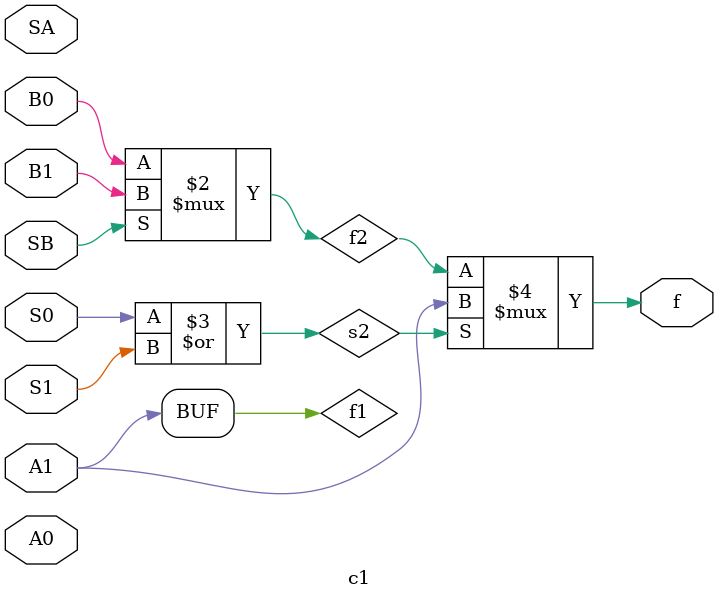
<source format=v>
module c1(input A0, A1, B0, B1, S0, S1, SA, SB, output f);
    
    wire f1, f2, s2;

    assign f1 = SA ? A1 : A1;
    assign f2 = SB ? B1 : B0;
    assign s2 = S0 | S1;
    assign f = s2 ? f1 : f2;

endmodule
</source>
